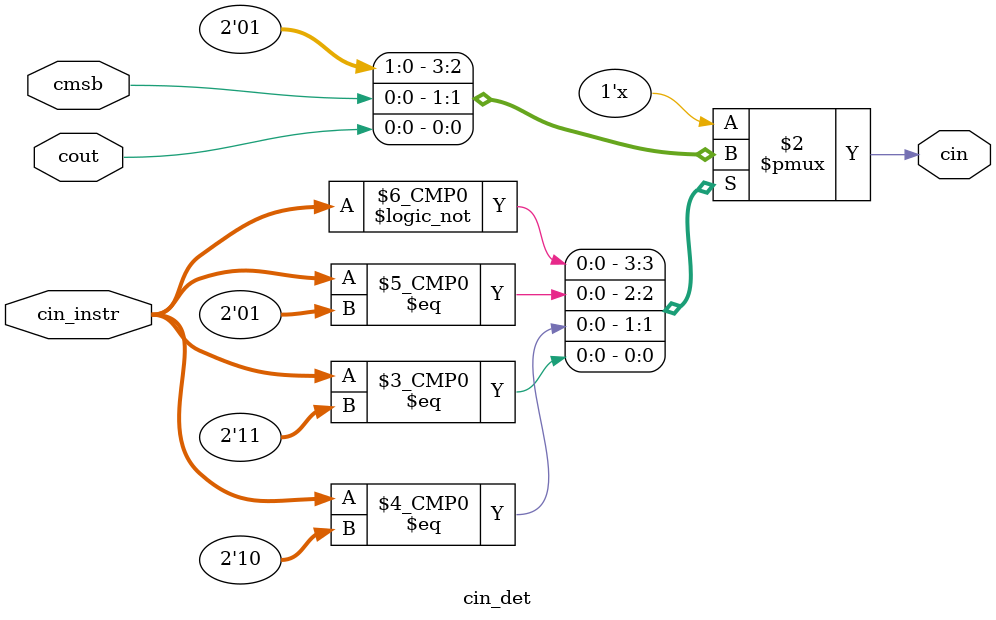
<source format=v>
module cin_det(
	input [1:0] cin_instr,
	input cmsb,
	input cout,
	output reg cin
);

always @ (*)
begin
	case (cin_instr[1:0])
	2'b00:
		cin = 0;
	2'b01:
		cin = 1;
	2'b10:
		cin = cmsb;
	2'b11:
		cin = cout;
	endcase
end

endmodule

</source>
